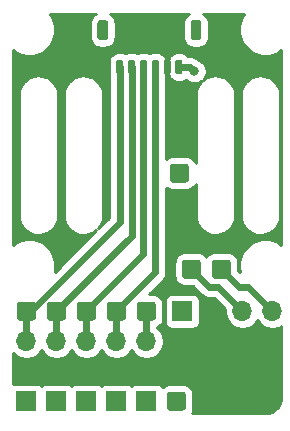
<source format=gbr>
%TF.GenerationSoftware,KiCad,Pcbnew,(5.1.9)-1*%
%TF.CreationDate,2022-05-31T00:02:37+01:00*%
%TF.ProjectId,board,626f6172-642e-46b6-9963-61645f706362,rev?*%
%TF.SameCoordinates,Original*%
%TF.FileFunction,Copper,L1,Top*%
%TF.FilePolarity,Positive*%
%FSLAX46Y46*%
G04 Gerber Fmt 4.6, Leading zero omitted, Abs format (unit mm)*
G04 Created by KiCad (PCBNEW (5.1.9)-1) date 2022-05-31 00:02:37*
%MOMM*%
%LPD*%
G01*
G04 APERTURE LIST*
%TA.AperFunction,ComponentPad*%
%ADD10O,1.700000X1.700000*%
%TD*%
%TA.AperFunction,ComponentPad*%
%ADD11R,1.700000X1.700000*%
%TD*%
%TA.AperFunction,ViaPad*%
%ADD12C,0.800000*%
%TD*%
%TA.AperFunction,Conductor*%
%ADD13C,0.600000*%
%TD*%
%TA.AperFunction,Conductor*%
%ADD14C,0.254000*%
%TD*%
%TA.AperFunction,Conductor*%
%ADD15C,0.100000*%
%TD*%
G04 APERTURE END LIST*
%TO.P,J6,1*%
%TO.N,GND*%
%TA.AperFunction,ComponentPad*%
G36*
G01*
X114516000Y-115104000D02*
X114516000Y-114004000D01*
G75*
G02*
X114766000Y-113754000I250000J0D01*
G01*
X115866000Y-113754000D01*
G75*
G02*
X116116000Y-114004000I0J-250000D01*
G01*
X116116000Y-115104000D01*
G75*
G02*
X115866000Y-115354000I-250000J0D01*
G01*
X114766000Y-115354000D01*
G75*
G02*
X114516000Y-115104000I0J250000D01*
G01*
G37*
%TD.AperFunction*%
%TD*%
%TO.P,J10,1*%
%TO.N,+BATT*%
%TA.AperFunction,ComponentPad*%
G36*
G01*
X114516000Y-112564000D02*
X114516000Y-111464000D01*
G75*
G02*
X114766000Y-111214000I250000J0D01*
G01*
X115866000Y-111214000D01*
G75*
G02*
X116116000Y-111464000I0J-250000D01*
G01*
X116116000Y-112564000D01*
G75*
G02*
X115866000Y-112814000I-250000J0D01*
G01*
X114766000Y-112814000D01*
G75*
G02*
X114516000Y-112564000I0J250000D01*
G01*
G37*
%TD.AperFunction*%
%TD*%
%TO.P,J12,1*%
%TO.N,N/C*%
%TA.AperFunction,ComponentPad*%
G36*
G01*
X115532000Y-123232400D02*
X115532000Y-122131600D01*
G75*
G02*
X115781600Y-121882000I249600J0D01*
G01*
X116882400Y-121882000D01*
G75*
G02*
X117132000Y-122131600I0J-249600D01*
G01*
X117132000Y-123232400D01*
G75*
G02*
X116882400Y-123482000I-249600J0D01*
G01*
X115781600Y-123482000D01*
G75*
G02*
X115532000Y-123232400I0J249600D01*
G01*
G37*
%TD.AperFunction*%
%TD*%
%TO.P,J12,1*%
%TO.N,N/C*%
%TA.AperFunction,ComponentPad*%
G36*
G01*
X118072000Y-123232400D02*
X118072000Y-122131600D01*
G75*
G02*
X118321600Y-121882000I249600J0D01*
G01*
X119422400Y-121882000D01*
G75*
G02*
X119672000Y-122131600I0J-249600D01*
G01*
X119672000Y-123232400D01*
G75*
G02*
X119422400Y-123482000I-249600J0D01*
G01*
X118321600Y-123482000D01*
G75*
G02*
X118072000Y-123232400I0J249600D01*
G01*
G37*
%TD.AperFunction*%
%TD*%
D10*
%TO.P,REF\u002A\u002A,4*%
%TO.N,N/C*%
X123190000Y-126238000D03*
%TO.P,REF\u002A\u002A,3*%
X120650000Y-126238000D03*
%TO.P,REF\u002A\u002A,2*%
%TO.N,+BATT*%
X118110000Y-126238000D03*
D11*
%TO.P,REF\u002A\u002A,1*%
%TO.N,GND*%
X115570000Y-126238000D03*
%TD*%
%TO.P,J13,1*%
%TO.N,Net-(J1-Pad6)*%
%TA.AperFunction,ComponentPad*%
G36*
G01*
X103162000Y-125688000D02*
X103162000Y-126788000D01*
G75*
G02*
X102912000Y-127038000I-250000J0D01*
G01*
X101812000Y-127038000D01*
G75*
G02*
X101562000Y-126788000I0J250000D01*
G01*
X101562000Y-125688000D01*
G75*
G02*
X101812000Y-125438000I250000J0D01*
G01*
X102912000Y-125438000D01*
G75*
G02*
X103162000Y-125688000I0J-250000D01*
G01*
G37*
%TD.AperFunction*%
%TD*%
%TO.P,J12,1*%
%TO.N,Net-(J11-Pad3)*%
%TA.AperFunction,ComponentPad*%
G36*
G01*
X111722000Y-126788000D02*
X111722000Y-125688000D01*
G75*
G02*
X111972000Y-125438000I250000J0D01*
G01*
X113072000Y-125438000D01*
G75*
G02*
X113322000Y-125688000I0J-250000D01*
G01*
X113322000Y-126788000D01*
G75*
G02*
X113072000Y-127038000I-250000J0D01*
G01*
X111972000Y-127038000D01*
G75*
G02*
X111722000Y-126788000I0J250000D01*
G01*
G37*
%TD.AperFunction*%
%TD*%
D10*
%TO.P,J11,3*%
%TO.N,Net-(J11-Pad3)*%
X112522000Y-128778000D03*
%TO.P,J11,2*%
%TO.N,+BATT*%
X112522000Y-131318000D03*
D11*
%TO.P,J11,1*%
%TO.N,GND*%
X112522000Y-133858000D03*
%TD*%
%TO.P,J10,1*%
%TO.N,+BATT*%
%TA.AperFunction,ComponentPad*%
G36*
G01*
X114262000Y-131868000D02*
X114262000Y-130768000D01*
G75*
G02*
X114512000Y-130518000I250000J0D01*
G01*
X115612000Y-130518000D01*
G75*
G02*
X115862000Y-130768000I0J-250000D01*
G01*
X115862000Y-131868000D01*
G75*
G02*
X115612000Y-132118000I-250000J0D01*
G01*
X114512000Y-132118000D01*
G75*
G02*
X114262000Y-131868000I0J250000D01*
G01*
G37*
%TD.AperFunction*%
%TD*%
%TO.P,J9,1*%
%TO.N,Net-(J1-Pad3)*%
%TA.AperFunction,ComponentPad*%
G36*
G01*
X109182000Y-126788000D02*
X109182000Y-125688000D01*
G75*
G02*
X109432000Y-125438000I250000J0D01*
G01*
X110532000Y-125438000D01*
G75*
G02*
X110782000Y-125688000I0J-250000D01*
G01*
X110782000Y-126788000D01*
G75*
G02*
X110532000Y-127038000I-250000J0D01*
G01*
X109432000Y-127038000D01*
G75*
G02*
X109182000Y-126788000I0J250000D01*
G01*
G37*
%TD.AperFunction*%
%TD*%
%TO.P,J8,1*%
%TO.N,Net-(J1-Pad4)*%
%TA.AperFunction,ComponentPad*%
G36*
G01*
X106642000Y-126788000D02*
X106642000Y-125688000D01*
G75*
G02*
X106892000Y-125438000I250000J0D01*
G01*
X107992000Y-125438000D01*
G75*
G02*
X108242000Y-125688000I0J-250000D01*
G01*
X108242000Y-126788000D01*
G75*
G02*
X107992000Y-127038000I-250000J0D01*
G01*
X106892000Y-127038000D01*
G75*
G02*
X106642000Y-126788000I0J250000D01*
G01*
G37*
%TD.AperFunction*%
%TD*%
%TO.P,J7,1*%
%TO.N,Net-(J1-Pad5)*%
%TA.AperFunction,ComponentPad*%
G36*
G01*
X104102000Y-126788000D02*
X104102000Y-125688000D01*
G75*
G02*
X104352000Y-125438000I250000J0D01*
G01*
X105452000Y-125438000D01*
G75*
G02*
X105702000Y-125688000I0J-250000D01*
G01*
X105702000Y-126788000D01*
G75*
G02*
X105452000Y-127038000I-250000J0D01*
G01*
X104352000Y-127038000D01*
G75*
G02*
X104102000Y-126788000I0J250000D01*
G01*
G37*
%TD.AperFunction*%
%TD*%
%TO.P,J6,1*%
%TO.N,GND*%
%TA.AperFunction,ComponentPad*%
G36*
G01*
X114262000Y-134408000D02*
X114262000Y-133308000D01*
G75*
G02*
X114512000Y-133058000I250000J0D01*
G01*
X115612000Y-133058000D01*
G75*
G02*
X115862000Y-133308000I0J-250000D01*
G01*
X115862000Y-134408000D01*
G75*
G02*
X115612000Y-134658000I-250000J0D01*
G01*
X114512000Y-134658000D01*
G75*
G02*
X114262000Y-134408000I0J250000D01*
G01*
G37*
%TD.AperFunction*%
%TD*%
%TO.P,J1,MP*%
%TO.N,N/C*%
%TA.AperFunction,SMDPad,CuDef*%
G36*
G01*
X109276000Y-101811000D02*
X109276000Y-103061000D01*
G75*
G02*
X109051000Y-103286000I-225000J0D01*
G01*
X108601000Y-103286000D01*
G75*
G02*
X108376000Y-103061000I0J225000D01*
G01*
X108376000Y-101811000D01*
G75*
G02*
X108601000Y-101586000I225000J0D01*
G01*
X109051000Y-101586000D01*
G75*
G02*
X109276000Y-101811000I0J-225000D01*
G01*
G37*
%TD.AperFunction*%
%TA.AperFunction,SMDPad,CuDef*%
G36*
G01*
X117176000Y-101811000D02*
X117176000Y-103061000D01*
G75*
G02*
X116951000Y-103286000I-225000J0D01*
G01*
X116501000Y-103286000D01*
G75*
G02*
X116276000Y-103061000I0J225000D01*
G01*
X116276000Y-101811000D01*
G75*
G02*
X116501000Y-101586000I225000J0D01*
G01*
X116951000Y-101586000D01*
G75*
G02*
X117176000Y-101811000I0J-225000D01*
G01*
G37*
%TD.AperFunction*%
%TO.P,J1,6*%
%TO.N,Net-(J1-Pad6)*%
%TA.AperFunction,SMDPad,CuDef*%
G36*
G01*
X110576000Y-105086000D02*
X110576000Y-106036000D01*
G75*
G02*
X110426000Y-106186000I-150000J0D01*
G01*
X110126000Y-106186000D01*
G75*
G02*
X109976000Y-106036000I0J150000D01*
G01*
X109976000Y-105086000D01*
G75*
G02*
X110126000Y-104936000I150000J0D01*
G01*
X110426000Y-104936000D01*
G75*
G02*
X110576000Y-105086000I0J-150000D01*
G01*
G37*
%TD.AperFunction*%
%TO.P,J1,5*%
%TO.N,Net-(J1-Pad5)*%
%TA.AperFunction,SMDPad,CuDef*%
G36*
G01*
X111576000Y-105086000D02*
X111576000Y-106036000D01*
G75*
G02*
X111426000Y-106186000I-150000J0D01*
G01*
X111126000Y-106186000D01*
G75*
G02*
X110976000Y-106036000I0J150000D01*
G01*
X110976000Y-105086000D01*
G75*
G02*
X111126000Y-104936000I150000J0D01*
G01*
X111426000Y-104936000D01*
G75*
G02*
X111576000Y-105086000I0J-150000D01*
G01*
G37*
%TD.AperFunction*%
%TO.P,J1,4*%
%TO.N,Net-(J1-Pad4)*%
%TA.AperFunction,SMDPad,CuDef*%
G36*
G01*
X112576000Y-105086000D02*
X112576000Y-106036000D01*
G75*
G02*
X112426000Y-106186000I-150000J0D01*
G01*
X112126000Y-106186000D01*
G75*
G02*
X111976000Y-106036000I0J150000D01*
G01*
X111976000Y-105086000D01*
G75*
G02*
X112126000Y-104936000I150000J0D01*
G01*
X112426000Y-104936000D01*
G75*
G02*
X112576000Y-105086000I0J-150000D01*
G01*
G37*
%TD.AperFunction*%
%TO.P,J1,3*%
%TO.N,Net-(J1-Pad3)*%
%TA.AperFunction,SMDPad,CuDef*%
G36*
G01*
X113576000Y-105086000D02*
X113576000Y-106036000D01*
G75*
G02*
X113426000Y-106186000I-150000J0D01*
G01*
X113126000Y-106186000D01*
G75*
G02*
X112976000Y-106036000I0J150000D01*
G01*
X112976000Y-105086000D01*
G75*
G02*
X113126000Y-104936000I150000J0D01*
G01*
X113426000Y-104936000D01*
G75*
G02*
X113576000Y-105086000I0J-150000D01*
G01*
G37*
%TD.AperFunction*%
%TO.P,J1,2*%
%TO.N,+BATT*%
%TA.AperFunction,SMDPad,CuDef*%
G36*
G01*
X114576000Y-105086000D02*
X114576000Y-106036000D01*
G75*
G02*
X114426000Y-106186000I-150000J0D01*
G01*
X114126000Y-106186000D01*
G75*
G02*
X113976000Y-106036000I0J150000D01*
G01*
X113976000Y-105086000D01*
G75*
G02*
X114126000Y-104936000I150000J0D01*
G01*
X114426000Y-104936000D01*
G75*
G02*
X114576000Y-105086000I0J-150000D01*
G01*
G37*
%TD.AperFunction*%
%TO.P,J1,1*%
%TO.N,GND*%
%TA.AperFunction,SMDPad,CuDef*%
G36*
G01*
X115576000Y-105086000D02*
X115576000Y-106036000D01*
G75*
G02*
X115426000Y-106186000I-150000J0D01*
G01*
X115126000Y-106186000D01*
G75*
G02*
X114976000Y-106036000I0J150000D01*
G01*
X114976000Y-105086000D01*
G75*
G02*
X115126000Y-104936000I150000J0D01*
G01*
X115426000Y-104936000D01*
G75*
G02*
X115576000Y-105086000I0J-150000D01*
G01*
G37*
%TD.AperFunction*%
%TD*%
D10*
%TO.P,J5,3*%
%TO.N,Net-(J1-Pad3)*%
X109982000Y-128778000D03*
%TO.P,J5,2*%
%TO.N,+BATT*%
X109982000Y-131318000D03*
D11*
%TO.P,J5,1*%
%TO.N,GND*%
X109982000Y-133858000D03*
%TD*%
D10*
%TO.P,J4,3*%
%TO.N,Net-(J1-Pad4)*%
X107442000Y-128778000D03*
%TO.P,J4,2*%
%TO.N,+BATT*%
X107442000Y-131318000D03*
D11*
%TO.P,J4,1*%
%TO.N,GND*%
X107442000Y-133858000D03*
%TD*%
D10*
%TO.P,J3,3*%
%TO.N,Net-(J1-Pad5)*%
X104902000Y-128778000D03*
%TO.P,J3,2*%
%TO.N,+BATT*%
X104902000Y-131318000D03*
D11*
%TO.P,J3,1*%
%TO.N,GND*%
X104902000Y-133858000D03*
%TD*%
D10*
%TO.P,J2,3*%
%TO.N,Net-(J1-Pad6)*%
X102362000Y-128778000D03*
%TO.P,J2,2*%
%TO.N,+BATT*%
X102362000Y-131318000D03*
D11*
%TO.P,J2,1*%
%TO.N,GND*%
X102362000Y-133858000D03*
%TD*%
D12*
%TO.N,GND*%
X116586000Y-105918000D03*
%TD*%
D13*
%TO.N,*%
X123190000Y-126238000D02*
X121158000Y-124206000D01*
X120396000Y-124206000D02*
X118872000Y-122682000D01*
X121158000Y-124206000D02*
X120396000Y-124206000D01*
X120650000Y-126238000D02*
X118618000Y-124206000D01*
X117856000Y-124206000D02*
X116332000Y-122682000D01*
X118618000Y-124206000D02*
X117856000Y-124206000D01*
%TO.N,Net-(J1-Pad3)*%
X109982000Y-126238000D02*
X109982000Y-128778000D01*
X113276000Y-122944000D02*
X109982000Y-126238000D01*
X113276000Y-105561000D02*
X113276000Y-122944000D01*
%TO.N,GND*%
X116229000Y-105561000D02*
X116586000Y-105918000D01*
X115276000Y-105561000D02*
X116229000Y-105561000D01*
%TO.N,Net-(J1-Pad6)*%
X102362000Y-126238000D02*
X102362000Y-128778000D01*
X102741322Y-126238000D02*
X102362000Y-126238000D01*
X110276000Y-118703322D02*
X102741322Y-126238000D01*
X110276000Y-105561000D02*
X110276000Y-118703322D01*
%TO.N,Net-(J1-Pad5)*%
X104902000Y-126238000D02*
X104902000Y-128778000D01*
X111276000Y-119864000D02*
X104902000Y-126238000D01*
X111276000Y-105561000D02*
X111276000Y-119864000D01*
%TO.N,Net-(J1-Pad4)*%
X107442000Y-126238000D02*
X107442000Y-128778000D01*
X112276000Y-121404000D02*
X107442000Y-126238000D01*
X112276000Y-105561000D02*
X112276000Y-121404000D01*
%TO.N,Net-(J11-Pad3)*%
X112522000Y-126238000D02*
X112522000Y-128778000D01*
%TD*%
D14*
%TO.N,+BATT*%
X108121503Y-101093382D02*
X107990716Y-101200716D01*
X107883382Y-101331503D01*
X107803625Y-101480717D01*
X107754512Y-101642623D01*
X107737928Y-101811000D01*
X107737928Y-103061000D01*
X107754512Y-103229377D01*
X107803625Y-103391283D01*
X107883382Y-103540497D01*
X107990716Y-103671284D01*
X108121503Y-103778618D01*
X108270717Y-103858375D01*
X108432623Y-103907488D01*
X108601000Y-103924072D01*
X109051000Y-103924072D01*
X109219377Y-103907488D01*
X109381283Y-103858375D01*
X109530497Y-103778618D01*
X109661284Y-103671284D01*
X109768618Y-103540497D01*
X109848375Y-103391283D01*
X109897488Y-103229377D01*
X109914072Y-103061000D01*
X109914072Y-101811000D01*
X109897488Y-101642623D01*
X109848375Y-101480717D01*
X109768618Y-101331503D01*
X109661284Y-101200716D01*
X109530497Y-101093382D01*
X109423143Y-101036000D01*
X116128857Y-101036000D01*
X116021503Y-101093382D01*
X115890716Y-101200716D01*
X115783382Y-101331503D01*
X115703625Y-101480717D01*
X115654512Y-101642623D01*
X115637928Y-101811000D01*
X115637928Y-103061000D01*
X115654512Y-103229377D01*
X115703625Y-103391283D01*
X115783382Y-103540497D01*
X115890716Y-103671284D01*
X116021503Y-103778618D01*
X116170717Y-103858375D01*
X116332623Y-103907488D01*
X116501000Y-103924072D01*
X116951000Y-103924072D01*
X117119377Y-103907488D01*
X117281283Y-103858375D01*
X117430497Y-103778618D01*
X117561284Y-103671284D01*
X117668618Y-103540497D01*
X117748375Y-103391283D01*
X117797488Y-103229377D01*
X117814072Y-103061000D01*
X117814072Y-101811000D01*
X117797488Y-101642623D01*
X117748375Y-101480717D01*
X117668618Y-101331503D01*
X117561284Y-101200716D01*
X117430497Y-101093382D01*
X117323143Y-101036000D01*
X120812969Y-101036000D01*
X120622458Y-101321120D01*
X120454582Y-101726408D01*
X120369000Y-102156660D01*
X120369000Y-102595340D01*
X120454582Y-103025592D01*
X120622458Y-103430880D01*
X120866176Y-103795630D01*
X121176370Y-104105824D01*
X121541120Y-104349542D01*
X121946408Y-104517418D01*
X122376660Y-104603000D01*
X122815340Y-104603000D01*
X123245592Y-104517418D01*
X123650880Y-104349542D01*
X123937145Y-104158266D01*
X123947708Y-120600792D01*
X123650880Y-120402458D01*
X123245592Y-120234582D01*
X122815340Y-120149000D01*
X122376660Y-120149000D01*
X121946408Y-120234582D01*
X121541120Y-120402458D01*
X121176370Y-120646176D01*
X120866176Y-120956370D01*
X120622458Y-121321120D01*
X120454582Y-121726408D01*
X120369000Y-122156660D01*
X120369000Y-122595340D01*
X120433899Y-122921609D01*
X120310072Y-122797782D01*
X120310072Y-122131600D01*
X120293016Y-121958424D01*
X120242502Y-121791903D01*
X120160472Y-121638436D01*
X120050079Y-121503921D01*
X119915564Y-121393528D01*
X119762097Y-121311498D01*
X119595576Y-121260984D01*
X119422400Y-121243928D01*
X118321600Y-121243928D01*
X118148424Y-121260984D01*
X117981903Y-121311498D01*
X117828436Y-121393528D01*
X117693921Y-121503921D01*
X117602000Y-121615928D01*
X117510079Y-121503921D01*
X117375564Y-121393528D01*
X117222097Y-121311498D01*
X117055576Y-121260984D01*
X116882400Y-121243928D01*
X115781600Y-121243928D01*
X115608424Y-121260984D01*
X115441903Y-121311498D01*
X115288436Y-121393528D01*
X115153921Y-121503921D01*
X115043528Y-121638436D01*
X114961498Y-121791903D01*
X114910984Y-121958424D01*
X114893928Y-122131600D01*
X114893928Y-123232400D01*
X114910984Y-123405576D01*
X114961498Y-123572097D01*
X115043528Y-123725564D01*
X115153921Y-123860079D01*
X115288436Y-123970472D01*
X115441903Y-124052502D01*
X115608424Y-124103016D01*
X115781600Y-124120072D01*
X116447782Y-124120072D01*
X117162374Y-124834664D01*
X117191656Y-124870344D01*
X117334028Y-124987186D01*
X117496460Y-125074007D01*
X117619243Y-125111253D01*
X117672707Y-125127471D01*
X117691110Y-125129283D01*
X117810068Y-125141000D01*
X117810074Y-125141000D01*
X117855999Y-125145523D01*
X117901924Y-125141000D01*
X118230711Y-125141000D01*
X119167729Y-126078018D01*
X119165000Y-126091740D01*
X119165000Y-126384260D01*
X119222068Y-126671158D01*
X119334010Y-126941411D01*
X119496525Y-127184632D01*
X119703368Y-127391475D01*
X119946589Y-127553990D01*
X120216842Y-127665932D01*
X120503740Y-127723000D01*
X120796260Y-127723000D01*
X121083158Y-127665932D01*
X121353411Y-127553990D01*
X121596632Y-127391475D01*
X121803475Y-127184632D01*
X121920000Y-127010240D01*
X122036525Y-127184632D01*
X122243368Y-127391475D01*
X122486589Y-127553990D01*
X122756842Y-127665932D01*
X123043740Y-127723000D01*
X123336260Y-127723000D01*
X123623158Y-127665932D01*
X123893411Y-127553990D01*
X123952149Y-127514742D01*
X123955979Y-133476932D01*
X123927375Y-133768660D01*
X123851965Y-134018429D01*
X123729477Y-134248794D01*
X123564579Y-134450979D01*
X123363546Y-134617288D01*
X123134046Y-134741378D01*
X122884805Y-134818531D01*
X122594911Y-134849000D01*
X116378406Y-134849000D01*
X116432472Y-134747850D01*
X116483008Y-134581254D01*
X116500072Y-134408000D01*
X116500072Y-133308000D01*
X116483008Y-133134746D01*
X116432472Y-132968150D01*
X116350405Y-132814614D01*
X116239962Y-132680038D01*
X116105386Y-132569595D01*
X115951850Y-132487528D01*
X115785254Y-132436992D01*
X115612000Y-132419928D01*
X114512000Y-132419928D01*
X114338746Y-132436992D01*
X114172150Y-132487528D01*
X114018614Y-132569595D01*
X113906754Y-132661395D01*
X113902537Y-132653506D01*
X113823185Y-132556815D01*
X113726494Y-132477463D01*
X113616180Y-132418498D01*
X113496482Y-132382188D01*
X113372000Y-132369928D01*
X111672000Y-132369928D01*
X111547518Y-132382188D01*
X111427820Y-132418498D01*
X111317506Y-132477463D01*
X111252000Y-132531222D01*
X111186494Y-132477463D01*
X111076180Y-132418498D01*
X110956482Y-132382188D01*
X110832000Y-132369928D01*
X109132000Y-132369928D01*
X109007518Y-132382188D01*
X108887820Y-132418498D01*
X108777506Y-132477463D01*
X108712000Y-132531222D01*
X108646494Y-132477463D01*
X108536180Y-132418498D01*
X108416482Y-132382188D01*
X108292000Y-132369928D01*
X106592000Y-132369928D01*
X106467518Y-132382188D01*
X106347820Y-132418498D01*
X106237506Y-132477463D01*
X106172000Y-132531222D01*
X106106494Y-132477463D01*
X105996180Y-132418498D01*
X105876482Y-132382188D01*
X105752000Y-132369928D01*
X104052000Y-132369928D01*
X103927518Y-132382188D01*
X103807820Y-132418498D01*
X103697506Y-132477463D01*
X103632000Y-132531222D01*
X103566494Y-132477463D01*
X103456180Y-132418498D01*
X103336482Y-132382188D01*
X103212000Y-132369928D01*
X101512000Y-132369928D01*
X101387518Y-132382188D01*
X101267820Y-132418498D01*
X101256000Y-132424816D01*
X101256000Y-129772107D01*
X101415368Y-129931475D01*
X101658589Y-130093990D01*
X101928842Y-130205932D01*
X102215740Y-130263000D01*
X102508260Y-130263000D01*
X102795158Y-130205932D01*
X103065411Y-130093990D01*
X103308632Y-129931475D01*
X103515475Y-129724632D01*
X103632000Y-129550240D01*
X103748525Y-129724632D01*
X103955368Y-129931475D01*
X104198589Y-130093990D01*
X104468842Y-130205932D01*
X104755740Y-130263000D01*
X105048260Y-130263000D01*
X105335158Y-130205932D01*
X105605411Y-130093990D01*
X105848632Y-129931475D01*
X106055475Y-129724632D01*
X106172000Y-129550240D01*
X106288525Y-129724632D01*
X106495368Y-129931475D01*
X106738589Y-130093990D01*
X107008842Y-130205932D01*
X107295740Y-130263000D01*
X107588260Y-130263000D01*
X107875158Y-130205932D01*
X108145411Y-130093990D01*
X108388632Y-129931475D01*
X108595475Y-129724632D01*
X108712000Y-129550240D01*
X108828525Y-129724632D01*
X109035368Y-129931475D01*
X109278589Y-130093990D01*
X109548842Y-130205932D01*
X109835740Y-130263000D01*
X110128260Y-130263000D01*
X110415158Y-130205932D01*
X110685411Y-130093990D01*
X110928632Y-129931475D01*
X111135475Y-129724632D01*
X111252000Y-129550240D01*
X111368525Y-129724632D01*
X111575368Y-129931475D01*
X111818589Y-130093990D01*
X112088842Y-130205932D01*
X112375740Y-130263000D01*
X112668260Y-130263000D01*
X112955158Y-130205932D01*
X113225411Y-130093990D01*
X113468632Y-129931475D01*
X113675475Y-129724632D01*
X113837990Y-129481411D01*
X113949932Y-129211158D01*
X114007000Y-128924260D01*
X114007000Y-128631740D01*
X113949932Y-128344842D01*
X113837990Y-128074589D01*
X113675475Y-127831368D01*
X113468632Y-127624525D01*
X113457000Y-127616753D01*
X113457000Y-127584339D01*
X113565386Y-127526405D01*
X113699962Y-127415962D01*
X113810405Y-127281386D01*
X113892472Y-127127850D01*
X113943008Y-126961254D01*
X113960072Y-126788000D01*
X113960072Y-125688000D01*
X113943008Y-125514746D01*
X113904561Y-125388000D01*
X114081928Y-125388000D01*
X114081928Y-127088000D01*
X114094188Y-127212482D01*
X114130498Y-127332180D01*
X114189463Y-127442494D01*
X114268815Y-127539185D01*
X114365506Y-127618537D01*
X114475820Y-127677502D01*
X114595518Y-127713812D01*
X114720000Y-127726072D01*
X116420000Y-127726072D01*
X116544482Y-127713812D01*
X116664180Y-127677502D01*
X116774494Y-127618537D01*
X116871185Y-127539185D01*
X116950537Y-127442494D01*
X117009502Y-127332180D01*
X117045812Y-127212482D01*
X117058072Y-127088000D01*
X117058072Y-125388000D01*
X117045812Y-125263518D01*
X117009502Y-125143820D01*
X116950537Y-125033506D01*
X116871185Y-124936815D01*
X116774494Y-124857463D01*
X116664180Y-124798498D01*
X116544482Y-124762188D01*
X116420000Y-124749928D01*
X114720000Y-124749928D01*
X114595518Y-124762188D01*
X114475820Y-124798498D01*
X114365506Y-124857463D01*
X114268815Y-124936815D01*
X114189463Y-125033506D01*
X114130498Y-125143820D01*
X114094188Y-125263518D01*
X114081928Y-125388000D01*
X113904561Y-125388000D01*
X113892472Y-125348150D01*
X113810405Y-125194614D01*
X113699962Y-125060038D01*
X113565386Y-124949595D01*
X113411850Y-124867528D01*
X113245254Y-124816992D01*
X113072000Y-124799928D01*
X112742362Y-124799928D01*
X113904664Y-123637626D01*
X113940344Y-123608344D01*
X114057186Y-123465972D01*
X114144007Y-123303540D01*
X114197471Y-123127292D01*
X114211000Y-122989932D01*
X114211000Y-122989926D01*
X114215523Y-122944001D01*
X114211000Y-122898076D01*
X114211000Y-115791840D01*
X114272614Y-115842405D01*
X114426150Y-115924472D01*
X114592746Y-115975008D01*
X114766000Y-115992072D01*
X115866000Y-115992072D01*
X116039254Y-115975008D01*
X116205850Y-115924472D01*
X116359386Y-115842405D01*
X116493962Y-115731962D01*
X116604405Y-115597386D01*
X116686472Y-115443850D01*
X116688001Y-115438810D01*
X116688001Y-118142419D01*
X116691249Y-118175397D01*
X116691249Y-118188591D01*
X116692212Y-118197756D01*
X116714315Y-118394808D01*
X116726747Y-118453295D01*
X116738370Y-118511997D01*
X116741096Y-118520800D01*
X116801052Y-118709808D01*
X116824612Y-118764778D01*
X116847414Y-118820099D01*
X116851797Y-118828205D01*
X116947324Y-119001966D01*
X116981130Y-119051338D01*
X117014221Y-119101144D01*
X117020095Y-119108245D01*
X117147552Y-119260142D01*
X117190263Y-119301968D01*
X117232441Y-119344442D01*
X117239583Y-119350266D01*
X117394116Y-119474515D01*
X117444170Y-119507269D01*
X117493765Y-119540722D01*
X117501901Y-119545048D01*
X117677625Y-119636914D01*
X117733078Y-119659318D01*
X117788233Y-119682503D01*
X117797055Y-119685166D01*
X117987276Y-119741151D01*
X118046010Y-119752355D01*
X118104633Y-119764389D01*
X118113805Y-119765288D01*
X118311277Y-119783259D01*
X118371094Y-119782841D01*
X118430911Y-119783259D01*
X118440083Y-119782359D01*
X118637284Y-119761632D01*
X118695834Y-119749613D01*
X118754639Y-119738396D01*
X118763461Y-119735732D01*
X118952882Y-119677097D01*
X119008009Y-119653924D01*
X119063492Y-119631507D01*
X119071629Y-119627181D01*
X119246052Y-119532870D01*
X119295636Y-119499425D01*
X119345699Y-119466665D01*
X119352840Y-119460841D01*
X119505624Y-119334446D01*
X119547744Y-119292031D01*
X119590513Y-119250149D01*
X119596387Y-119243048D01*
X119721711Y-119089386D01*
X119754803Y-119039577D01*
X119788610Y-118990205D01*
X119792993Y-118982098D01*
X119886084Y-118807020D01*
X119908875Y-118751725D01*
X119932446Y-118696730D01*
X119935171Y-118687926D01*
X119992482Y-118498100D01*
X120004098Y-118439434D01*
X120016537Y-118380913D01*
X120017500Y-118371748D01*
X120036850Y-118174407D01*
X120036850Y-118174402D01*
X120040000Y-118142419D01*
X120040000Y-107917582D01*
X120498000Y-107917582D01*
X120498001Y-118142419D01*
X120501249Y-118175397D01*
X120501249Y-118188591D01*
X120502212Y-118197756D01*
X120524315Y-118394808D01*
X120536747Y-118453295D01*
X120548370Y-118511997D01*
X120551096Y-118520800D01*
X120611052Y-118709808D01*
X120634612Y-118764778D01*
X120657414Y-118820099D01*
X120661797Y-118828205D01*
X120757324Y-119001966D01*
X120791130Y-119051338D01*
X120824221Y-119101144D01*
X120830095Y-119108245D01*
X120957552Y-119260142D01*
X121000263Y-119301968D01*
X121042441Y-119344442D01*
X121049583Y-119350266D01*
X121204116Y-119474515D01*
X121254170Y-119507269D01*
X121303765Y-119540722D01*
X121311901Y-119545048D01*
X121487625Y-119636914D01*
X121543078Y-119659318D01*
X121598233Y-119682503D01*
X121607055Y-119685166D01*
X121797276Y-119741151D01*
X121856010Y-119752355D01*
X121914633Y-119764389D01*
X121923805Y-119765288D01*
X122121277Y-119783259D01*
X122181094Y-119782841D01*
X122240911Y-119783259D01*
X122250083Y-119782359D01*
X122447284Y-119761632D01*
X122505834Y-119749613D01*
X122564639Y-119738396D01*
X122573461Y-119735732D01*
X122762882Y-119677097D01*
X122818009Y-119653924D01*
X122873492Y-119631507D01*
X122881629Y-119627181D01*
X123056052Y-119532870D01*
X123105636Y-119499425D01*
X123155699Y-119466665D01*
X123162840Y-119460841D01*
X123315624Y-119334446D01*
X123357744Y-119292031D01*
X123400513Y-119250149D01*
X123406387Y-119243048D01*
X123531711Y-119089386D01*
X123564803Y-119039577D01*
X123598610Y-118990205D01*
X123602993Y-118982098D01*
X123696084Y-118807020D01*
X123718875Y-118751725D01*
X123742446Y-118696730D01*
X123745171Y-118687926D01*
X123802482Y-118498100D01*
X123814098Y-118439434D01*
X123826537Y-118380913D01*
X123827500Y-118371748D01*
X123846850Y-118174407D01*
X123846850Y-118174402D01*
X123850000Y-118142419D01*
X123850000Y-107917581D01*
X123846751Y-107884593D01*
X123846751Y-107871409D01*
X123845788Y-107862244D01*
X123823685Y-107665192D01*
X123811251Y-107606699D01*
X123799630Y-107548003D01*
X123796904Y-107539200D01*
X123736948Y-107350193D01*
X123713400Y-107295249D01*
X123690586Y-107239900D01*
X123686203Y-107231794D01*
X123590676Y-107058034D01*
X123556892Y-107008695D01*
X123523779Y-106958855D01*
X123517905Y-106951755D01*
X123390448Y-106799857D01*
X123347718Y-106758013D01*
X123305559Y-106715558D01*
X123298417Y-106709734D01*
X123143883Y-106585485D01*
X123093847Y-106552742D01*
X123044235Y-106519278D01*
X123036098Y-106514952D01*
X122860375Y-106423086D01*
X122804936Y-106400688D01*
X122749768Y-106377497D01*
X122740946Y-106374834D01*
X122550724Y-106318849D01*
X122492016Y-106307650D01*
X122433367Y-106295611D01*
X122424195Y-106294712D01*
X122226723Y-106276741D01*
X122166906Y-106277159D01*
X122107088Y-106276741D01*
X122097917Y-106277641D01*
X121900715Y-106298368D01*
X121842151Y-106310390D01*
X121783362Y-106321604D01*
X121774540Y-106324268D01*
X121585118Y-106382903D01*
X121530005Y-106406071D01*
X121474507Y-106428493D01*
X121466371Y-106432820D01*
X121291947Y-106527130D01*
X121242331Y-106560597D01*
X121192301Y-106593335D01*
X121185160Y-106599159D01*
X121032376Y-106725553D01*
X120990237Y-106767988D01*
X120947487Y-106809851D01*
X120941613Y-106816952D01*
X120816289Y-106970614D01*
X120783174Y-107020456D01*
X120749390Y-107069796D01*
X120745007Y-107077902D01*
X120651916Y-107252980D01*
X120629125Y-107308275D01*
X120605554Y-107363270D01*
X120602829Y-107372073D01*
X120545518Y-107561900D01*
X120533900Y-107620580D01*
X120521463Y-107679087D01*
X120520500Y-107688252D01*
X120501150Y-107885594D01*
X120501150Y-107885599D01*
X120498000Y-107917582D01*
X120040000Y-107917582D01*
X120040000Y-107917581D01*
X120036751Y-107884593D01*
X120036751Y-107871409D01*
X120035788Y-107862244D01*
X120013685Y-107665192D01*
X120001251Y-107606699D01*
X119989630Y-107548003D01*
X119986904Y-107539200D01*
X119926948Y-107350193D01*
X119903400Y-107295249D01*
X119880586Y-107239900D01*
X119876203Y-107231794D01*
X119780676Y-107058034D01*
X119746892Y-107008695D01*
X119713779Y-106958855D01*
X119707905Y-106951755D01*
X119580448Y-106799857D01*
X119537718Y-106758013D01*
X119495559Y-106715558D01*
X119488417Y-106709734D01*
X119333883Y-106585485D01*
X119283847Y-106552742D01*
X119234235Y-106519278D01*
X119226098Y-106514952D01*
X119050375Y-106423086D01*
X118994936Y-106400688D01*
X118939768Y-106377497D01*
X118930946Y-106374834D01*
X118740724Y-106318849D01*
X118682016Y-106307650D01*
X118623367Y-106295611D01*
X118614195Y-106294712D01*
X118416723Y-106276741D01*
X118356906Y-106277159D01*
X118297088Y-106276741D01*
X118287917Y-106277641D01*
X118090715Y-106298368D01*
X118032151Y-106310390D01*
X117973362Y-106321604D01*
X117964540Y-106324268D01*
X117775118Y-106382903D01*
X117720005Y-106406071D01*
X117664507Y-106428493D01*
X117656371Y-106432820D01*
X117481947Y-106527130D01*
X117432331Y-106560597D01*
X117382301Y-106593335D01*
X117375160Y-106599159D01*
X117336903Y-106630808D01*
X117389937Y-106577774D01*
X117503205Y-106408256D01*
X117581226Y-106219898D01*
X117621000Y-106019939D01*
X117621000Y-105816061D01*
X117581226Y-105616102D01*
X117503205Y-105427744D01*
X117389937Y-105258226D01*
X117245774Y-105114063D01*
X117076256Y-105000795D01*
X116930858Y-104940569D01*
X116922630Y-104932341D01*
X116893344Y-104896656D01*
X116750972Y-104779814D01*
X116588540Y-104692993D01*
X116412292Y-104639529D01*
X116274932Y-104626000D01*
X116229000Y-104621476D01*
X116183068Y-104626000D01*
X116063063Y-104626000D01*
X115983251Y-104528749D01*
X115863829Y-104430742D01*
X115727582Y-104357916D01*
X115579745Y-104313071D01*
X115426000Y-104297928D01*
X115126000Y-104297928D01*
X114972255Y-104313071D01*
X114824418Y-104357916D01*
X114688171Y-104430742D01*
X114568749Y-104528749D01*
X114470742Y-104648171D01*
X114397916Y-104784418D01*
X114353071Y-104932255D01*
X114337928Y-105086000D01*
X114337928Y-105546258D01*
X114336476Y-105561000D01*
X114337928Y-105575742D01*
X114337928Y-106036000D01*
X114353071Y-106189745D01*
X114397916Y-106337582D01*
X114470742Y-106473829D01*
X114568749Y-106593251D01*
X114688171Y-106691258D01*
X114824418Y-106764084D01*
X114972255Y-106808929D01*
X115126000Y-106824072D01*
X115426000Y-106824072D01*
X115579745Y-106808929D01*
X115727582Y-106764084D01*
X115863829Y-106691258D01*
X115881250Y-106676961D01*
X115926226Y-106721937D01*
X116095744Y-106835205D01*
X116284102Y-106913226D01*
X116484061Y-106953000D01*
X116687939Y-106953000D01*
X116887898Y-106913226D01*
X117076256Y-106835205D01*
X117186908Y-106761270D01*
X117180237Y-106767988D01*
X117137487Y-106809851D01*
X117131613Y-106816952D01*
X117006289Y-106970614D01*
X116973174Y-107020456D01*
X116939390Y-107069796D01*
X116935007Y-107077902D01*
X116841916Y-107252980D01*
X116819125Y-107308275D01*
X116795554Y-107363270D01*
X116792829Y-107372073D01*
X116735518Y-107561900D01*
X116723900Y-107620580D01*
X116711463Y-107679087D01*
X116710500Y-107688252D01*
X116691150Y-107885594D01*
X116691150Y-107885599D01*
X116688000Y-107917582D01*
X116688001Y-113669189D01*
X116686472Y-113664150D01*
X116604405Y-113510614D01*
X116493962Y-113376038D01*
X116359386Y-113265595D01*
X116205850Y-113183528D01*
X116039254Y-113132992D01*
X115866000Y-113115928D01*
X114766000Y-113115928D01*
X114592746Y-113132992D01*
X114426150Y-113183528D01*
X114272614Y-113265595D01*
X114211000Y-113316160D01*
X114211000Y-106067190D01*
X114214072Y-106036000D01*
X114214072Y-105086000D01*
X114198929Y-104932255D01*
X114154084Y-104784418D01*
X114081258Y-104648171D01*
X113983251Y-104528749D01*
X113863829Y-104430742D01*
X113727582Y-104357916D01*
X113579745Y-104313071D01*
X113426000Y-104297928D01*
X113126000Y-104297928D01*
X112972255Y-104313071D01*
X112824418Y-104357916D01*
X112776000Y-104383796D01*
X112727582Y-104357916D01*
X112579745Y-104313071D01*
X112426000Y-104297928D01*
X112126000Y-104297928D01*
X111972255Y-104313071D01*
X111824418Y-104357916D01*
X111776000Y-104383796D01*
X111727582Y-104357916D01*
X111579745Y-104313071D01*
X111426000Y-104297928D01*
X111126000Y-104297928D01*
X110972255Y-104313071D01*
X110824418Y-104357916D01*
X110776000Y-104383796D01*
X110727582Y-104357916D01*
X110579745Y-104313071D01*
X110426000Y-104297928D01*
X110126000Y-104297928D01*
X109972255Y-104313071D01*
X109824418Y-104357916D01*
X109688171Y-104430742D01*
X109568749Y-104528749D01*
X109470742Y-104648171D01*
X109397916Y-104784418D01*
X109353071Y-104932255D01*
X109337928Y-105086000D01*
X109337928Y-106036000D01*
X109341000Y-106067190D01*
X109341001Y-118316032D01*
X108448700Y-119208333D01*
X108545711Y-119089386D01*
X108578803Y-119039577D01*
X108612610Y-118990205D01*
X108616993Y-118982098D01*
X108710084Y-118807020D01*
X108732875Y-118751725D01*
X108756446Y-118696730D01*
X108759171Y-118687926D01*
X108816482Y-118498100D01*
X108828098Y-118439434D01*
X108840537Y-118380913D01*
X108841500Y-118371748D01*
X108860850Y-118174407D01*
X108860850Y-118174402D01*
X108864000Y-118142419D01*
X108864000Y-107917581D01*
X108860751Y-107884593D01*
X108860751Y-107871409D01*
X108859788Y-107862244D01*
X108837685Y-107665192D01*
X108825251Y-107606699D01*
X108813630Y-107548003D01*
X108810904Y-107539200D01*
X108750948Y-107350193D01*
X108727400Y-107295249D01*
X108704586Y-107239900D01*
X108700203Y-107231794D01*
X108604676Y-107058034D01*
X108570892Y-107008695D01*
X108537779Y-106958855D01*
X108531905Y-106951755D01*
X108404448Y-106799857D01*
X108361718Y-106758013D01*
X108319559Y-106715558D01*
X108312417Y-106709734D01*
X108157883Y-106585485D01*
X108107847Y-106552742D01*
X108058235Y-106519278D01*
X108050098Y-106514952D01*
X107874375Y-106423086D01*
X107818936Y-106400688D01*
X107763768Y-106377497D01*
X107754946Y-106374834D01*
X107564724Y-106318849D01*
X107506016Y-106307650D01*
X107447367Y-106295611D01*
X107438195Y-106294712D01*
X107240723Y-106276741D01*
X107180906Y-106277159D01*
X107121088Y-106276741D01*
X107111917Y-106277641D01*
X106914715Y-106298368D01*
X106856151Y-106310390D01*
X106797362Y-106321604D01*
X106788540Y-106324268D01*
X106599118Y-106382903D01*
X106544005Y-106406071D01*
X106488507Y-106428493D01*
X106480371Y-106432820D01*
X106305947Y-106527130D01*
X106256331Y-106560597D01*
X106206301Y-106593335D01*
X106199160Y-106599159D01*
X106046376Y-106725553D01*
X106004237Y-106767988D01*
X105961487Y-106809851D01*
X105955613Y-106816952D01*
X105830289Y-106970614D01*
X105797174Y-107020456D01*
X105763390Y-107069796D01*
X105759007Y-107077902D01*
X105665916Y-107252980D01*
X105643125Y-107308275D01*
X105619554Y-107363270D01*
X105616829Y-107372073D01*
X105559518Y-107561900D01*
X105547900Y-107620580D01*
X105535463Y-107679087D01*
X105534500Y-107688252D01*
X105515150Y-107885594D01*
X105515150Y-107885599D01*
X105512000Y-107917582D01*
X105512001Y-118142419D01*
X105515249Y-118175397D01*
X105515249Y-118188591D01*
X105516212Y-118197756D01*
X105538315Y-118394808D01*
X105550747Y-118453295D01*
X105562370Y-118511997D01*
X105565096Y-118520800D01*
X105625052Y-118709808D01*
X105648612Y-118764778D01*
X105671414Y-118820099D01*
X105675797Y-118828205D01*
X105771324Y-119001966D01*
X105805130Y-119051338D01*
X105838221Y-119101144D01*
X105844095Y-119108245D01*
X105971552Y-119260142D01*
X106014263Y-119301968D01*
X106056441Y-119344442D01*
X106063583Y-119350266D01*
X106218116Y-119474515D01*
X106268170Y-119507269D01*
X106317765Y-119540722D01*
X106325901Y-119545048D01*
X106501625Y-119636914D01*
X106557078Y-119659318D01*
X106612233Y-119682503D01*
X106621055Y-119685166D01*
X106811276Y-119741151D01*
X106870010Y-119752355D01*
X106928633Y-119764389D01*
X106937805Y-119765288D01*
X107135277Y-119783259D01*
X107195094Y-119782841D01*
X107254911Y-119783259D01*
X107264083Y-119782359D01*
X107461284Y-119761632D01*
X107519834Y-119749613D01*
X107578639Y-119738396D01*
X107587461Y-119735732D01*
X107776882Y-119677097D01*
X107832009Y-119653924D01*
X107887492Y-119631507D01*
X107895629Y-119627181D01*
X108070052Y-119532870D01*
X108119636Y-119499425D01*
X108169699Y-119466665D01*
X108176840Y-119460841D01*
X108288882Y-119368151D01*
X104763732Y-122893301D01*
X104823000Y-122595340D01*
X104823000Y-122156660D01*
X104737418Y-121726408D01*
X104569542Y-121321120D01*
X104325824Y-120956370D01*
X104015630Y-120646176D01*
X103650880Y-120402458D01*
X103245592Y-120234582D01*
X102815340Y-120149000D01*
X102376660Y-120149000D01*
X101946408Y-120234582D01*
X101541120Y-120402458D01*
X101256000Y-120592969D01*
X101256000Y-107917582D01*
X101702000Y-107917582D01*
X101702001Y-118142419D01*
X101705249Y-118175397D01*
X101705249Y-118188591D01*
X101706212Y-118197756D01*
X101728315Y-118394808D01*
X101740747Y-118453295D01*
X101752370Y-118511997D01*
X101755096Y-118520800D01*
X101815052Y-118709808D01*
X101838612Y-118764778D01*
X101861414Y-118820099D01*
X101865797Y-118828205D01*
X101961324Y-119001966D01*
X101995130Y-119051338D01*
X102028221Y-119101144D01*
X102034095Y-119108245D01*
X102161552Y-119260142D01*
X102204263Y-119301968D01*
X102246441Y-119344442D01*
X102253583Y-119350266D01*
X102408116Y-119474515D01*
X102458170Y-119507269D01*
X102507765Y-119540722D01*
X102515901Y-119545048D01*
X102691625Y-119636914D01*
X102747078Y-119659318D01*
X102802233Y-119682503D01*
X102811055Y-119685166D01*
X103001276Y-119741151D01*
X103060010Y-119752355D01*
X103118633Y-119764389D01*
X103127805Y-119765288D01*
X103325277Y-119783259D01*
X103385094Y-119782841D01*
X103444911Y-119783259D01*
X103454083Y-119782359D01*
X103651284Y-119761632D01*
X103709834Y-119749613D01*
X103768639Y-119738396D01*
X103777461Y-119735732D01*
X103966882Y-119677097D01*
X104022009Y-119653924D01*
X104077492Y-119631507D01*
X104085629Y-119627181D01*
X104260052Y-119532870D01*
X104309636Y-119499425D01*
X104359699Y-119466665D01*
X104366840Y-119460841D01*
X104519624Y-119334446D01*
X104561744Y-119292031D01*
X104604513Y-119250149D01*
X104610387Y-119243048D01*
X104735711Y-119089386D01*
X104768803Y-119039577D01*
X104802610Y-118990205D01*
X104806993Y-118982098D01*
X104900084Y-118807020D01*
X104922875Y-118751725D01*
X104946446Y-118696730D01*
X104949171Y-118687926D01*
X105006482Y-118498100D01*
X105018098Y-118439434D01*
X105030537Y-118380913D01*
X105031500Y-118371748D01*
X105050850Y-118174407D01*
X105050850Y-118174402D01*
X105054000Y-118142419D01*
X105054000Y-107917581D01*
X105050751Y-107884593D01*
X105050751Y-107871409D01*
X105049788Y-107862244D01*
X105027685Y-107665192D01*
X105015251Y-107606699D01*
X105003630Y-107548003D01*
X105000904Y-107539200D01*
X104940948Y-107350193D01*
X104917400Y-107295249D01*
X104894586Y-107239900D01*
X104890203Y-107231794D01*
X104794676Y-107058034D01*
X104760892Y-107008695D01*
X104727779Y-106958855D01*
X104721905Y-106951755D01*
X104594448Y-106799857D01*
X104551718Y-106758013D01*
X104509559Y-106715558D01*
X104502417Y-106709734D01*
X104347883Y-106585485D01*
X104297847Y-106552742D01*
X104248235Y-106519278D01*
X104240098Y-106514952D01*
X104064375Y-106423086D01*
X104008936Y-106400688D01*
X103953768Y-106377497D01*
X103944946Y-106374834D01*
X103754724Y-106318849D01*
X103696016Y-106307650D01*
X103637367Y-106295611D01*
X103628195Y-106294712D01*
X103430723Y-106276741D01*
X103370906Y-106277159D01*
X103311088Y-106276741D01*
X103301917Y-106277641D01*
X103104715Y-106298368D01*
X103046151Y-106310390D01*
X102987362Y-106321604D01*
X102978540Y-106324268D01*
X102789118Y-106382903D01*
X102734005Y-106406071D01*
X102678507Y-106428493D01*
X102670371Y-106432820D01*
X102495947Y-106527130D01*
X102446331Y-106560597D01*
X102396301Y-106593335D01*
X102389160Y-106599159D01*
X102236376Y-106725553D01*
X102194237Y-106767988D01*
X102151487Y-106809851D01*
X102145613Y-106816952D01*
X102020289Y-106970614D01*
X101987174Y-107020456D01*
X101953390Y-107069796D01*
X101949007Y-107077902D01*
X101855916Y-107252980D01*
X101833125Y-107308275D01*
X101809554Y-107363270D01*
X101806829Y-107372073D01*
X101749518Y-107561900D01*
X101737900Y-107620580D01*
X101725463Y-107679087D01*
X101724500Y-107688252D01*
X101705150Y-107885594D01*
X101705150Y-107885599D01*
X101702000Y-107917582D01*
X101256000Y-107917582D01*
X101256000Y-104159031D01*
X101541120Y-104349542D01*
X101946408Y-104517418D01*
X102376660Y-104603000D01*
X102815340Y-104603000D01*
X103245592Y-104517418D01*
X103650880Y-104349542D01*
X104015630Y-104105824D01*
X104325824Y-103795630D01*
X104569542Y-103430880D01*
X104737418Y-103025592D01*
X104823000Y-102595340D01*
X104823000Y-102156660D01*
X104737418Y-101726408D01*
X104569542Y-101321120D01*
X104379031Y-101036000D01*
X108228857Y-101036000D01*
X108121503Y-101093382D01*
%TA.AperFunction,Conductor*%
D15*
G36*
X108121503Y-101093382D02*
G01*
X107990716Y-101200716D01*
X107883382Y-101331503D01*
X107803625Y-101480717D01*
X107754512Y-101642623D01*
X107737928Y-101811000D01*
X107737928Y-103061000D01*
X107754512Y-103229377D01*
X107803625Y-103391283D01*
X107883382Y-103540497D01*
X107990716Y-103671284D01*
X108121503Y-103778618D01*
X108270717Y-103858375D01*
X108432623Y-103907488D01*
X108601000Y-103924072D01*
X109051000Y-103924072D01*
X109219377Y-103907488D01*
X109381283Y-103858375D01*
X109530497Y-103778618D01*
X109661284Y-103671284D01*
X109768618Y-103540497D01*
X109848375Y-103391283D01*
X109897488Y-103229377D01*
X109914072Y-103061000D01*
X109914072Y-101811000D01*
X109897488Y-101642623D01*
X109848375Y-101480717D01*
X109768618Y-101331503D01*
X109661284Y-101200716D01*
X109530497Y-101093382D01*
X109423143Y-101036000D01*
X116128857Y-101036000D01*
X116021503Y-101093382D01*
X115890716Y-101200716D01*
X115783382Y-101331503D01*
X115703625Y-101480717D01*
X115654512Y-101642623D01*
X115637928Y-101811000D01*
X115637928Y-103061000D01*
X115654512Y-103229377D01*
X115703625Y-103391283D01*
X115783382Y-103540497D01*
X115890716Y-103671284D01*
X116021503Y-103778618D01*
X116170717Y-103858375D01*
X116332623Y-103907488D01*
X116501000Y-103924072D01*
X116951000Y-103924072D01*
X117119377Y-103907488D01*
X117281283Y-103858375D01*
X117430497Y-103778618D01*
X117561284Y-103671284D01*
X117668618Y-103540497D01*
X117748375Y-103391283D01*
X117797488Y-103229377D01*
X117814072Y-103061000D01*
X117814072Y-101811000D01*
X117797488Y-101642623D01*
X117748375Y-101480717D01*
X117668618Y-101331503D01*
X117561284Y-101200716D01*
X117430497Y-101093382D01*
X117323143Y-101036000D01*
X120812969Y-101036000D01*
X120622458Y-101321120D01*
X120454582Y-101726408D01*
X120369000Y-102156660D01*
X120369000Y-102595340D01*
X120454582Y-103025592D01*
X120622458Y-103430880D01*
X120866176Y-103795630D01*
X121176370Y-104105824D01*
X121541120Y-104349542D01*
X121946408Y-104517418D01*
X122376660Y-104603000D01*
X122815340Y-104603000D01*
X123245592Y-104517418D01*
X123650880Y-104349542D01*
X123937145Y-104158266D01*
X123947708Y-120600792D01*
X123650880Y-120402458D01*
X123245592Y-120234582D01*
X122815340Y-120149000D01*
X122376660Y-120149000D01*
X121946408Y-120234582D01*
X121541120Y-120402458D01*
X121176370Y-120646176D01*
X120866176Y-120956370D01*
X120622458Y-121321120D01*
X120454582Y-121726408D01*
X120369000Y-122156660D01*
X120369000Y-122595340D01*
X120433899Y-122921609D01*
X120310072Y-122797782D01*
X120310072Y-122131600D01*
X120293016Y-121958424D01*
X120242502Y-121791903D01*
X120160472Y-121638436D01*
X120050079Y-121503921D01*
X119915564Y-121393528D01*
X119762097Y-121311498D01*
X119595576Y-121260984D01*
X119422400Y-121243928D01*
X118321600Y-121243928D01*
X118148424Y-121260984D01*
X117981903Y-121311498D01*
X117828436Y-121393528D01*
X117693921Y-121503921D01*
X117602000Y-121615928D01*
X117510079Y-121503921D01*
X117375564Y-121393528D01*
X117222097Y-121311498D01*
X117055576Y-121260984D01*
X116882400Y-121243928D01*
X115781600Y-121243928D01*
X115608424Y-121260984D01*
X115441903Y-121311498D01*
X115288436Y-121393528D01*
X115153921Y-121503921D01*
X115043528Y-121638436D01*
X114961498Y-121791903D01*
X114910984Y-121958424D01*
X114893928Y-122131600D01*
X114893928Y-123232400D01*
X114910984Y-123405576D01*
X114961498Y-123572097D01*
X115043528Y-123725564D01*
X115153921Y-123860079D01*
X115288436Y-123970472D01*
X115441903Y-124052502D01*
X115608424Y-124103016D01*
X115781600Y-124120072D01*
X116447782Y-124120072D01*
X117162374Y-124834664D01*
X117191656Y-124870344D01*
X117334028Y-124987186D01*
X117496460Y-125074007D01*
X117619243Y-125111253D01*
X117672707Y-125127471D01*
X117691110Y-125129283D01*
X117810068Y-125141000D01*
X117810074Y-125141000D01*
X117855999Y-125145523D01*
X117901924Y-125141000D01*
X118230711Y-125141000D01*
X119167729Y-126078018D01*
X119165000Y-126091740D01*
X119165000Y-126384260D01*
X119222068Y-126671158D01*
X119334010Y-126941411D01*
X119496525Y-127184632D01*
X119703368Y-127391475D01*
X119946589Y-127553990D01*
X120216842Y-127665932D01*
X120503740Y-127723000D01*
X120796260Y-127723000D01*
X121083158Y-127665932D01*
X121353411Y-127553990D01*
X121596632Y-127391475D01*
X121803475Y-127184632D01*
X121920000Y-127010240D01*
X122036525Y-127184632D01*
X122243368Y-127391475D01*
X122486589Y-127553990D01*
X122756842Y-127665932D01*
X123043740Y-127723000D01*
X123336260Y-127723000D01*
X123623158Y-127665932D01*
X123893411Y-127553990D01*
X123952149Y-127514742D01*
X123955979Y-133476932D01*
X123927375Y-133768660D01*
X123851965Y-134018429D01*
X123729477Y-134248794D01*
X123564579Y-134450979D01*
X123363546Y-134617288D01*
X123134046Y-134741378D01*
X122884805Y-134818531D01*
X122594911Y-134849000D01*
X116378406Y-134849000D01*
X116432472Y-134747850D01*
X116483008Y-134581254D01*
X116500072Y-134408000D01*
X116500072Y-133308000D01*
X116483008Y-133134746D01*
X116432472Y-132968150D01*
X116350405Y-132814614D01*
X116239962Y-132680038D01*
X116105386Y-132569595D01*
X115951850Y-132487528D01*
X115785254Y-132436992D01*
X115612000Y-132419928D01*
X114512000Y-132419928D01*
X114338746Y-132436992D01*
X114172150Y-132487528D01*
X114018614Y-132569595D01*
X113906754Y-132661395D01*
X113902537Y-132653506D01*
X113823185Y-132556815D01*
X113726494Y-132477463D01*
X113616180Y-132418498D01*
X113496482Y-132382188D01*
X113372000Y-132369928D01*
X111672000Y-132369928D01*
X111547518Y-132382188D01*
X111427820Y-132418498D01*
X111317506Y-132477463D01*
X111252000Y-132531222D01*
X111186494Y-132477463D01*
X111076180Y-132418498D01*
X110956482Y-132382188D01*
X110832000Y-132369928D01*
X109132000Y-132369928D01*
X109007518Y-132382188D01*
X108887820Y-132418498D01*
X108777506Y-132477463D01*
X108712000Y-132531222D01*
X108646494Y-132477463D01*
X108536180Y-132418498D01*
X108416482Y-132382188D01*
X108292000Y-132369928D01*
X106592000Y-132369928D01*
X106467518Y-132382188D01*
X106347820Y-132418498D01*
X106237506Y-132477463D01*
X106172000Y-132531222D01*
X106106494Y-132477463D01*
X105996180Y-132418498D01*
X105876482Y-132382188D01*
X105752000Y-132369928D01*
X104052000Y-132369928D01*
X103927518Y-132382188D01*
X103807820Y-132418498D01*
X103697506Y-132477463D01*
X103632000Y-132531222D01*
X103566494Y-132477463D01*
X103456180Y-132418498D01*
X103336482Y-132382188D01*
X103212000Y-132369928D01*
X101512000Y-132369928D01*
X101387518Y-132382188D01*
X101267820Y-132418498D01*
X101256000Y-132424816D01*
X101256000Y-129772107D01*
X101415368Y-129931475D01*
X101658589Y-130093990D01*
X101928842Y-130205932D01*
X102215740Y-130263000D01*
X102508260Y-130263000D01*
X102795158Y-130205932D01*
X103065411Y-130093990D01*
X103308632Y-129931475D01*
X103515475Y-129724632D01*
X103632000Y-129550240D01*
X103748525Y-129724632D01*
X103955368Y-129931475D01*
X104198589Y-130093990D01*
X104468842Y-130205932D01*
X104755740Y-130263000D01*
X105048260Y-130263000D01*
X105335158Y-130205932D01*
X105605411Y-130093990D01*
X105848632Y-129931475D01*
X106055475Y-129724632D01*
X106172000Y-129550240D01*
X106288525Y-129724632D01*
X106495368Y-129931475D01*
X106738589Y-130093990D01*
X107008842Y-130205932D01*
X107295740Y-130263000D01*
X107588260Y-130263000D01*
X107875158Y-130205932D01*
X108145411Y-130093990D01*
X108388632Y-129931475D01*
X108595475Y-129724632D01*
X108712000Y-129550240D01*
X108828525Y-129724632D01*
X109035368Y-129931475D01*
X109278589Y-130093990D01*
X109548842Y-130205932D01*
X109835740Y-130263000D01*
X110128260Y-130263000D01*
X110415158Y-130205932D01*
X110685411Y-130093990D01*
X110928632Y-129931475D01*
X111135475Y-129724632D01*
X111252000Y-129550240D01*
X111368525Y-129724632D01*
X111575368Y-129931475D01*
X111818589Y-130093990D01*
X112088842Y-130205932D01*
X112375740Y-130263000D01*
X112668260Y-130263000D01*
X112955158Y-130205932D01*
X113225411Y-130093990D01*
X113468632Y-129931475D01*
X113675475Y-129724632D01*
X113837990Y-129481411D01*
X113949932Y-129211158D01*
X114007000Y-128924260D01*
X114007000Y-128631740D01*
X113949932Y-128344842D01*
X113837990Y-128074589D01*
X113675475Y-127831368D01*
X113468632Y-127624525D01*
X113457000Y-127616753D01*
X113457000Y-127584339D01*
X113565386Y-127526405D01*
X113699962Y-127415962D01*
X113810405Y-127281386D01*
X113892472Y-127127850D01*
X113943008Y-126961254D01*
X113960072Y-126788000D01*
X113960072Y-125688000D01*
X113943008Y-125514746D01*
X113904561Y-125388000D01*
X114081928Y-125388000D01*
X114081928Y-127088000D01*
X114094188Y-127212482D01*
X114130498Y-127332180D01*
X114189463Y-127442494D01*
X114268815Y-127539185D01*
X114365506Y-127618537D01*
X114475820Y-127677502D01*
X114595518Y-127713812D01*
X114720000Y-127726072D01*
X116420000Y-127726072D01*
X116544482Y-127713812D01*
X116664180Y-127677502D01*
X116774494Y-127618537D01*
X116871185Y-127539185D01*
X116950537Y-127442494D01*
X117009502Y-127332180D01*
X117045812Y-127212482D01*
X117058072Y-127088000D01*
X117058072Y-125388000D01*
X117045812Y-125263518D01*
X117009502Y-125143820D01*
X116950537Y-125033506D01*
X116871185Y-124936815D01*
X116774494Y-124857463D01*
X116664180Y-124798498D01*
X116544482Y-124762188D01*
X116420000Y-124749928D01*
X114720000Y-124749928D01*
X114595518Y-124762188D01*
X114475820Y-124798498D01*
X114365506Y-124857463D01*
X114268815Y-124936815D01*
X114189463Y-125033506D01*
X114130498Y-125143820D01*
X114094188Y-125263518D01*
X114081928Y-125388000D01*
X113904561Y-125388000D01*
X113892472Y-125348150D01*
X113810405Y-125194614D01*
X113699962Y-125060038D01*
X113565386Y-124949595D01*
X113411850Y-124867528D01*
X113245254Y-124816992D01*
X113072000Y-124799928D01*
X112742362Y-124799928D01*
X113904664Y-123637626D01*
X113940344Y-123608344D01*
X114057186Y-123465972D01*
X114144007Y-123303540D01*
X114197471Y-123127292D01*
X114211000Y-122989932D01*
X114211000Y-122989926D01*
X114215523Y-122944001D01*
X114211000Y-122898076D01*
X114211000Y-115791840D01*
X114272614Y-115842405D01*
X114426150Y-115924472D01*
X114592746Y-115975008D01*
X114766000Y-115992072D01*
X115866000Y-115992072D01*
X116039254Y-115975008D01*
X116205850Y-115924472D01*
X116359386Y-115842405D01*
X116493962Y-115731962D01*
X116604405Y-115597386D01*
X116686472Y-115443850D01*
X116688001Y-115438810D01*
X116688001Y-118142419D01*
X116691249Y-118175397D01*
X116691249Y-118188591D01*
X116692212Y-118197756D01*
X116714315Y-118394808D01*
X116726747Y-118453295D01*
X116738370Y-118511997D01*
X116741096Y-118520800D01*
X116801052Y-118709808D01*
X116824612Y-118764778D01*
X116847414Y-118820099D01*
X116851797Y-118828205D01*
X116947324Y-119001966D01*
X116981130Y-119051338D01*
X117014221Y-119101144D01*
X117020095Y-119108245D01*
X117147552Y-119260142D01*
X117190263Y-119301968D01*
X117232441Y-119344442D01*
X117239583Y-119350266D01*
X117394116Y-119474515D01*
X117444170Y-119507269D01*
X117493765Y-119540722D01*
X117501901Y-119545048D01*
X117677625Y-119636914D01*
X117733078Y-119659318D01*
X117788233Y-119682503D01*
X117797055Y-119685166D01*
X117987276Y-119741151D01*
X118046010Y-119752355D01*
X118104633Y-119764389D01*
X118113805Y-119765288D01*
X118311277Y-119783259D01*
X118371094Y-119782841D01*
X118430911Y-119783259D01*
X118440083Y-119782359D01*
X118637284Y-119761632D01*
X118695834Y-119749613D01*
X118754639Y-119738396D01*
X118763461Y-119735732D01*
X118952882Y-119677097D01*
X119008009Y-119653924D01*
X119063492Y-119631507D01*
X119071629Y-119627181D01*
X119246052Y-119532870D01*
X119295636Y-119499425D01*
X119345699Y-119466665D01*
X119352840Y-119460841D01*
X119505624Y-119334446D01*
X119547744Y-119292031D01*
X119590513Y-119250149D01*
X119596387Y-119243048D01*
X119721711Y-119089386D01*
X119754803Y-119039577D01*
X119788610Y-118990205D01*
X119792993Y-118982098D01*
X119886084Y-118807020D01*
X119908875Y-118751725D01*
X119932446Y-118696730D01*
X119935171Y-118687926D01*
X119992482Y-118498100D01*
X120004098Y-118439434D01*
X120016537Y-118380913D01*
X120017500Y-118371748D01*
X120036850Y-118174407D01*
X120036850Y-118174402D01*
X120040000Y-118142419D01*
X120040000Y-107917582D01*
X120498000Y-107917582D01*
X120498001Y-118142419D01*
X120501249Y-118175397D01*
X120501249Y-118188591D01*
X120502212Y-118197756D01*
X120524315Y-118394808D01*
X120536747Y-118453295D01*
X120548370Y-118511997D01*
X120551096Y-118520800D01*
X120611052Y-118709808D01*
X120634612Y-118764778D01*
X120657414Y-118820099D01*
X120661797Y-118828205D01*
X120757324Y-119001966D01*
X120791130Y-119051338D01*
X120824221Y-119101144D01*
X120830095Y-119108245D01*
X120957552Y-119260142D01*
X121000263Y-119301968D01*
X121042441Y-119344442D01*
X121049583Y-119350266D01*
X121204116Y-119474515D01*
X121254170Y-119507269D01*
X121303765Y-119540722D01*
X121311901Y-119545048D01*
X121487625Y-119636914D01*
X121543078Y-119659318D01*
X121598233Y-119682503D01*
X121607055Y-119685166D01*
X121797276Y-119741151D01*
X121856010Y-119752355D01*
X121914633Y-119764389D01*
X121923805Y-119765288D01*
X122121277Y-119783259D01*
X122181094Y-119782841D01*
X122240911Y-119783259D01*
X122250083Y-119782359D01*
X122447284Y-119761632D01*
X122505834Y-119749613D01*
X122564639Y-119738396D01*
X122573461Y-119735732D01*
X122762882Y-119677097D01*
X122818009Y-119653924D01*
X122873492Y-119631507D01*
X122881629Y-119627181D01*
X123056052Y-119532870D01*
X123105636Y-119499425D01*
X123155699Y-119466665D01*
X123162840Y-119460841D01*
X123315624Y-119334446D01*
X123357744Y-119292031D01*
X123400513Y-119250149D01*
X123406387Y-119243048D01*
X123531711Y-119089386D01*
X123564803Y-119039577D01*
X123598610Y-118990205D01*
X123602993Y-118982098D01*
X123696084Y-118807020D01*
X123718875Y-118751725D01*
X123742446Y-118696730D01*
X123745171Y-118687926D01*
X123802482Y-118498100D01*
X123814098Y-118439434D01*
X123826537Y-118380913D01*
X123827500Y-118371748D01*
X123846850Y-118174407D01*
X123846850Y-118174402D01*
X123850000Y-118142419D01*
X123850000Y-107917581D01*
X123846751Y-107884593D01*
X123846751Y-107871409D01*
X123845788Y-107862244D01*
X123823685Y-107665192D01*
X123811251Y-107606699D01*
X123799630Y-107548003D01*
X123796904Y-107539200D01*
X123736948Y-107350193D01*
X123713400Y-107295249D01*
X123690586Y-107239900D01*
X123686203Y-107231794D01*
X123590676Y-107058034D01*
X123556892Y-107008695D01*
X123523779Y-106958855D01*
X123517905Y-106951755D01*
X123390448Y-106799857D01*
X123347718Y-106758013D01*
X123305559Y-106715558D01*
X123298417Y-106709734D01*
X123143883Y-106585485D01*
X123093847Y-106552742D01*
X123044235Y-106519278D01*
X123036098Y-106514952D01*
X122860375Y-106423086D01*
X122804936Y-106400688D01*
X122749768Y-106377497D01*
X122740946Y-106374834D01*
X122550724Y-106318849D01*
X122492016Y-106307650D01*
X122433367Y-106295611D01*
X122424195Y-106294712D01*
X122226723Y-106276741D01*
X122166906Y-106277159D01*
X122107088Y-106276741D01*
X122097917Y-106277641D01*
X121900715Y-106298368D01*
X121842151Y-106310390D01*
X121783362Y-106321604D01*
X121774540Y-106324268D01*
X121585118Y-106382903D01*
X121530005Y-106406071D01*
X121474507Y-106428493D01*
X121466371Y-106432820D01*
X121291947Y-106527130D01*
X121242331Y-106560597D01*
X121192301Y-106593335D01*
X121185160Y-106599159D01*
X121032376Y-106725553D01*
X120990237Y-106767988D01*
X120947487Y-106809851D01*
X120941613Y-106816952D01*
X120816289Y-106970614D01*
X120783174Y-107020456D01*
X120749390Y-107069796D01*
X120745007Y-107077902D01*
X120651916Y-107252980D01*
X120629125Y-107308275D01*
X120605554Y-107363270D01*
X120602829Y-107372073D01*
X120545518Y-107561900D01*
X120533900Y-107620580D01*
X120521463Y-107679087D01*
X120520500Y-107688252D01*
X120501150Y-107885594D01*
X120501150Y-107885599D01*
X120498000Y-107917582D01*
X120040000Y-107917582D01*
X120040000Y-107917581D01*
X120036751Y-107884593D01*
X120036751Y-107871409D01*
X120035788Y-107862244D01*
X120013685Y-107665192D01*
X120001251Y-107606699D01*
X119989630Y-107548003D01*
X119986904Y-107539200D01*
X119926948Y-107350193D01*
X119903400Y-107295249D01*
X119880586Y-107239900D01*
X119876203Y-107231794D01*
X119780676Y-107058034D01*
X119746892Y-107008695D01*
X119713779Y-106958855D01*
X119707905Y-106951755D01*
X119580448Y-106799857D01*
X119537718Y-106758013D01*
X119495559Y-106715558D01*
X119488417Y-106709734D01*
X119333883Y-106585485D01*
X119283847Y-106552742D01*
X119234235Y-106519278D01*
X119226098Y-106514952D01*
X119050375Y-106423086D01*
X118994936Y-106400688D01*
X118939768Y-106377497D01*
X118930946Y-106374834D01*
X118740724Y-106318849D01*
X118682016Y-106307650D01*
X118623367Y-106295611D01*
X118614195Y-106294712D01*
X118416723Y-106276741D01*
X118356906Y-106277159D01*
X118297088Y-106276741D01*
X118287917Y-106277641D01*
X118090715Y-106298368D01*
X118032151Y-106310390D01*
X117973362Y-106321604D01*
X117964540Y-106324268D01*
X117775118Y-106382903D01*
X117720005Y-106406071D01*
X117664507Y-106428493D01*
X117656371Y-106432820D01*
X117481947Y-106527130D01*
X117432331Y-106560597D01*
X117382301Y-106593335D01*
X117375160Y-106599159D01*
X117336903Y-106630808D01*
X117389937Y-106577774D01*
X117503205Y-106408256D01*
X117581226Y-106219898D01*
X117621000Y-106019939D01*
X117621000Y-105816061D01*
X117581226Y-105616102D01*
X117503205Y-105427744D01*
X117389937Y-105258226D01*
X117245774Y-105114063D01*
X117076256Y-105000795D01*
X116930858Y-104940569D01*
X116922630Y-104932341D01*
X116893344Y-104896656D01*
X116750972Y-104779814D01*
X116588540Y-104692993D01*
X116412292Y-104639529D01*
X116274932Y-104626000D01*
X116229000Y-104621476D01*
X116183068Y-104626000D01*
X116063063Y-104626000D01*
X115983251Y-104528749D01*
X115863829Y-104430742D01*
X115727582Y-104357916D01*
X115579745Y-104313071D01*
X115426000Y-104297928D01*
X115126000Y-104297928D01*
X114972255Y-104313071D01*
X114824418Y-104357916D01*
X114688171Y-104430742D01*
X114568749Y-104528749D01*
X114470742Y-104648171D01*
X114397916Y-104784418D01*
X114353071Y-104932255D01*
X114337928Y-105086000D01*
X114337928Y-105546258D01*
X114336476Y-105561000D01*
X114337928Y-105575742D01*
X114337928Y-106036000D01*
X114353071Y-106189745D01*
X114397916Y-106337582D01*
X114470742Y-106473829D01*
X114568749Y-106593251D01*
X114688171Y-106691258D01*
X114824418Y-106764084D01*
X114972255Y-106808929D01*
X115126000Y-106824072D01*
X115426000Y-106824072D01*
X115579745Y-106808929D01*
X115727582Y-106764084D01*
X115863829Y-106691258D01*
X115881250Y-106676961D01*
X115926226Y-106721937D01*
X116095744Y-106835205D01*
X116284102Y-106913226D01*
X116484061Y-106953000D01*
X116687939Y-106953000D01*
X116887898Y-106913226D01*
X117076256Y-106835205D01*
X117186908Y-106761270D01*
X117180237Y-106767988D01*
X117137487Y-106809851D01*
X117131613Y-106816952D01*
X117006289Y-106970614D01*
X116973174Y-107020456D01*
X116939390Y-107069796D01*
X116935007Y-107077902D01*
X116841916Y-107252980D01*
X116819125Y-107308275D01*
X116795554Y-107363270D01*
X116792829Y-107372073D01*
X116735518Y-107561900D01*
X116723900Y-107620580D01*
X116711463Y-107679087D01*
X116710500Y-107688252D01*
X116691150Y-107885594D01*
X116691150Y-107885599D01*
X116688000Y-107917582D01*
X116688001Y-113669189D01*
X116686472Y-113664150D01*
X116604405Y-113510614D01*
X116493962Y-113376038D01*
X116359386Y-113265595D01*
X116205850Y-113183528D01*
X116039254Y-113132992D01*
X115866000Y-113115928D01*
X114766000Y-113115928D01*
X114592746Y-113132992D01*
X114426150Y-113183528D01*
X114272614Y-113265595D01*
X114211000Y-113316160D01*
X114211000Y-106067190D01*
X114214072Y-106036000D01*
X114214072Y-105086000D01*
X114198929Y-104932255D01*
X114154084Y-104784418D01*
X114081258Y-104648171D01*
X113983251Y-104528749D01*
X113863829Y-104430742D01*
X113727582Y-104357916D01*
X113579745Y-104313071D01*
X113426000Y-104297928D01*
X113126000Y-104297928D01*
X112972255Y-104313071D01*
X112824418Y-104357916D01*
X112776000Y-104383796D01*
X112727582Y-104357916D01*
X112579745Y-104313071D01*
X112426000Y-104297928D01*
X112126000Y-104297928D01*
X111972255Y-104313071D01*
X111824418Y-104357916D01*
X111776000Y-104383796D01*
X111727582Y-104357916D01*
X111579745Y-104313071D01*
X111426000Y-104297928D01*
X111126000Y-104297928D01*
X110972255Y-104313071D01*
X110824418Y-104357916D01*
X110776000Y-104383796D01*
X110727582Y-104357916D01*
X110579745Y-104313071D01*
X110426000Y-104297928D01*
X110126000Y-104297928D01*
X109972255Y-104313071D01*
X109824418Y-104357916D01*
X109688171Y-104430742D01*
X109568749Y-104528749D01*
X109470742Y-104648171D01*
X109397916Y-104784418D01*
X109353071Y-104932255D01*
X109337928Y-105086000D01*
X109337928Y-106036000D01*
X109341000Y-106067190D01*
X109341001Y-118316032D01*
X108448700Y-119208333D01*
X108545711Y-119089386D01*
X108578803Y-119039577D01*
X108612610Y-118990205D01*
X108616993Y-118982098D01*
X108710084Y-118807020D01*
X108732875Y-118751725D01*
X108756446Y-118696730D01*
X108759171Y-118687926D01*
X108816482Y-118498100D01*
X108828098Y-118439434D01*
X108840537Y-118380913D01*
X108841500Y-118371748D01*
X108860850Y-118174407D01*
X108860850Y-118174402D01*
X108864000Y-118142419D01*
X108864000Y-107917581D01*
X108860751Y-107884593D01*
X108860751Y-107871409D01*
X108859788Y-107862244D01*
X108837685Y-107665192D01*
X108825251Y-107606699D01*
X108813630Y-107548003D01*
X108810904Y-107539200D01*
X108750948Y-107350193D01*
X108727400Y-107295249D01*
X108704586Y-107239900D01*
X108700203Y-107231794D01*
X108604676Y-107058034D01*
X108570892Y-107008695D01*
X108537779Y-106958855D01*
X108531905Y-106951755D01*
X108404448Y-106799857D01*
X108361718Y-106758013D01*
X108319559Y-106715558D01*
X108312417Y-106709734D01*
X108157883Y-106585485D01*
X108107847Y-106552742D01*
X108058235Y-106519278D01*
X108050098Y-106514952D01*
X107874375Y-106423086D01*
X107818936Y-106400688D01*
X107763768Y-106377497D01*
X107754946Y-106374834D01*
X107564724Y-106318849D01*
X107506016Y-106307650D01*
X107447367Y-106295611D01*
X107438195Y-106294712D01*
X107240723Y-106276741D01*
X107180906Y-106277159D01*
X107121088Y-106276741D01*
X107111917Y-106277641D01*
X106914715Y-106298368D01*
X106856151Y-106310390D01*
X106797362Y-106321604D01*
X106788540Y-106324268D01*
X106599118Y-106382903D01*
X106544005Y-106406071D01*
X106488507Y-106428493D01*
X106480371Y-106432820D01*
X106305947Y-106527130D01*
X106256331Y-106560597D01*
X106206301Y-106593335D01*
X106199160Y-106599159D01*
X106046376Y-106725553D01*
X106004237Y-106767988D01*
X105961487Y-106809851D01*
X105955613Y-106816952D01*
X105830289Y-106970614D01*
X105797174Y-107020456D01*
X105763390Y-107069796D01*
X105759007Y-107077902D01*
X105665916Y-107252980D01*
X105643125Y-107308275D01*
X105619554Y-107363270D01*
X105616829Y-107372073D01*
X105559518Y-107561900D01*
X105547900Y-107620580D01*
X105535463Y-107679087D01*
X105534500Y-107688252D01*
X105515150Y-107885594D01*
X105515150Y-107885599D01*
X105512000Y-107917582D01*
X105512001Y-118142419D01*
X105515249Y-118175397D01*
X105515249Y-118188591D01*
X105516212Y-118197756D01*
X105538315Y-118394808D01*
X105550747Y-118453295D01*
X105562370Y-118511997D01*
X105565096Y-118520800D01*
X105625052Y-118709808D01*
X105648612Y-118764778D01*
X105671414Y-118820099D01*
X105675797Y-118828205D01*
X105771324Y-119001966D01*
X105805130Y-119051338D01*
X105838221Y-119101144D01*
X105844095Y-119108245D01*
X105971552Y-119260142D01*
X106014263Y-119301968D01*
X106056441Y-119344442D01*
X106063583Y-119350266D01*
X106218116Y-119474515D01*
X106268170Y-119507269D01*
X106317765Y-119540722D01*
X106325901Y-119545048D01*
X106501625Y-119636914D01*
X106557078Y-119659318D01*
X106612233Y-119682503D01*
X106621055Y-119685166D01*
X106811276Y-119741151D01*
X106870010Y-119752355D01*
X106928633Y-119764389D01*
X106937805Y-119765288D01*
X107135277Y-119783259D01*
X107195094Y-119782841D01*
X107254911Y-119783259D01*
X107264083Y-119782359D01*
X107461284Y-119761632D01*
X107519834Y-119749613D01*
X107578639Y-119738396D01*
X107587461Y-119735732D01*
X107776882Y-119677097D01*
X107832009Y-119653924D01*
X107887492Y-119631507D01*
X107895629Y-119627181D01*
X108070052Y-119532870D01*
X108119636Y-119499425D01*
X108169699Y-119466665D01*
X108176840Y-119460841D01*
X108288882Y-119368151D01*
X104763732Y-122893301D01*
X104823000Y-122595340D01*
X104823000Y-122156660D01*
X104737418Y-121726408D01*
X104569542Y-121321120D01*
X104325824Y-120956370D01*
X104015630Y-120646176D01*
X103650880Y-120402458D01*
X103245592Y-120234582D01*
X102815340Y-120149000D01*
X102376660Y-120149000D01*
X101946408Y-120234582D01*
X101541120Y-120402458D01*
X101256000Y-120592969D01*
X101256000Y-107917582D01*
X101702000Y-107917582D01*
X101702001Y-118142419D01*
X101705249Y-118175397D01*
X101705249Y-118188591D01*
X101706212Y-118197756D01*
X101728315Y-118394808D01*
X101740747Y-118453295D01*
X101752370Y-118511997D01*
X101755096Y-118520800D01*
X101815052Y-118709808D01*
X101838612Y-118764778D01*
X101861414Y-118820099D01*
X101865797Y-118828205D01*
X101961324Y-119001966D01*
X101995130Y-119051338D01*
X102028221Y-119101144D01*
X102034095Y-119108245D01*
X102161552Y-119260142D01*
X102204263Y-119301968D01*
X102246441Y-119344442D01*
X102253583Y-119350266D01*
X102408116Y-119474515D01*
X102458170Y-119507269D01*
X102507765Y-119540722D01*
X102515901Y-119545048D01*
X102691625Y-119636914D01*
X102747078Y-119659318D01*
X102802233Y-119682503D01*
X102811055Y-119685166D01*
X103001276Y-119741151D01*
X103060010Y-119752355D01*
X103118633Y-119764389D01*
X103127805Y-119765288D01*
X103325277Y-119783259D01*
X103385094Y-119782841D01*
X103444911Y-119783259D01*
X103454083Y-119782359D01*
X103651284Y-119761632D01*
X103709834Y-119749613D01*
X103768639Y-119738396D01*
X103777461Y-119735732D01*
X103966882Y-119677097D01*
X104022009Y-119653924D01*
X104077492Y-119631507D01*
X104085629Y-119627181D01*
X104260052Y-119532870D01*
X104309636Y-119499425D01*
X104359699Y-119466665D01*
X104366840Y-119460841D01*
X104519624Y-119334446D01*
X104561744Y-119292031D01*
X104604513Y-119250149D01*
X104610387Y-119243048D01*
X104735711Y-119089386D01*
X104768803Y-119039577D01*
X104802610Y-118990205D01*
X104806993Y-118982098D01*
X104900084Y-118807020D01*
X104922875Y-118751725D01*
X104946446Y-118696730D01*
X104949171Y-118687926D01*
X105006482Y-118498100D01*
X105018098Y-118439434D01*
X105030537Y-118380913D01*
X105031500Y-118371748D01*
X105050850Y-118174407D01*
X105050850Y-118174402D01*
X105054000Y-118142419D01*
X105054000Y-107917581D01*
X105050751Y-107884593D01*
X105050751Y-107871409D01*
X105049788Y-107862244D01*
X105027685Y-107665192D01*
X105015251Y-107606699D01*
X105003630Y-107548003D01*
X105000904Y-107539200D01*
X104940948Y-107350193D01*
X104917400Y-107295249D01*
X104894586Y-107239900D01*
X104890203Y-107231794D01*
X104794676Y-107058034D01*
X104760892Y-107008695D01*
X104727779Y-106958855D01*
X104721905Y-106951755D01*
X104594448Y-106799857D01*
X104551718Y-106758013D01*
X104509559Y-106715558D01*
X104502417Y-106709734D01*
X104347883Y-106585485D01*
X104297847Y-106552742D01*
X104248235Y-106519278D01*
X104240098Y-106514952D01*
X104064375Y-106423086D01*
X104008936Y-106400688D01*
X103953768Y-106377497D01*
X103944946Y-106374834D01*
X103754724Y-106318849D01*
X103696016Y-106307650D01*
X103637367Y-106295611D01*
X103628195Y-106294712D01*
X103430723Y-106276741D01*
X103370906Y-106277159D01*
X103311088Y-106276741D01*
X103301917Y-106277641D01*
X103104715Y-106298368D01*
X103046151Y-106310390D01*
X102987362Y-106321604D01*
X102978540Y-106324268D01*
X102789118Y-106382903D01*
X102734005Y-106406071D01*
X102678507Y-106428493D01*
X102670371Y-106432820D01*
X102495947Y-106527130D01*
X102446331Y-106560597D01*
X102396301Y-106593335D01*
X102389160Y-106599159D01*
X102236376Y-106725553D01*
X102194237Y-106767988D01*
X102151487Y-106809851D01*
X102145613Y-106816952D01*
X102020289Y-106970614D01*
X101987174Y-107020456D01*
X101953390Y-107069796D01*
X101949007Y-107077902D01*
X101855916Y-107252980D01*
X101833125Y-107308275D01*
X101809554Y-107363270D01*
X101806829Y-107372073D01*
X101749518Y-107561900D01*
X101737900Y-107620580D01*
X101725463Y-107679087D01*
X101724500Y-107688252D01*
X101705150Y-107885594D01*
X101705150Y-107885599D01*
X101702000Y-107917582D01*
X101256000Y-107917582D01*
X101256000Y-104159031D01*
X101541120Y-104349542D01*
X101946408Y-104517418D01*
X102376660Y-104603000D01*
X102815340Y-104603000D01*
X103245592Y-104517418D01*
X103650880Y-104349542D01*
X104015630Y-104105824D01*
X104325824Y-103795630D01*
X104569542Y-103430880D01*
X104737418Y-103025592D01*
X104823000Y-102595340D01*
X104823000Y-102156660D01*
X104737418Y-101726408D01*
X104569542Y-101321120D01*
X104379031Y-101036000D01*
X108228857Y-101036000D01*
X108121503Y-101093382D01*
G37*
%TD.AperFunction*%
%TD*%
M02*

</source>
